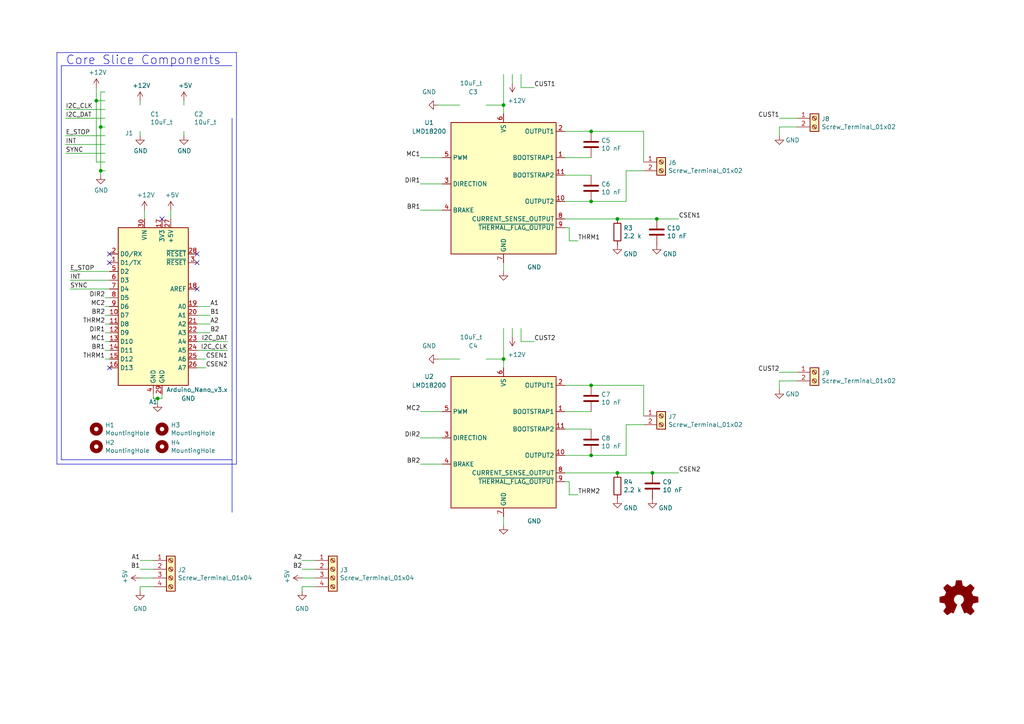
<source format=kicad_sch>
(kicad_sch (version 20231120) (generator "eeschema") (generator_version "8.0")
  (paper "A4")
  (lib_symbols
    (symbol "BREAD_Slice-rescue:+12V-power" (power) (pin_names (offset 0))
      (property "Value" "power_+12V" (at 0 3.556 0))
      (symbol "+12V-power_0_1"
        (polyline (pts (xy -0.762 1.27) (xy 0 2.54)))
        (polyline (pts (xy 0 0) (xy 0 2.54)))
        (polyline (pts (xy 0 2.54) (xy 0.762 1.27)))
      )
      (symbol "+12V-power_1_1"
        (pin power_in line (at 0 0 90) (length 0) hide (name "+12V") (number "1"))
      )
    )
    (symbol "BREAD_Slice-rescue:+5V-power" (power) (pin_names (offset 0))
      (property "Value" "power_+5V" (at 0 3.556 0))
      (symbol "+5V-power_0_1"
        (polyline (pts (xy -0.762 1.27) (xy 0 2.54)))
        (polyline (pts (xy 0 0) (xy 0 2.54)))
        (polyline (pts (xy 0 2.54) (xy 0.762 1.27)))
      )
      (symbol "+5V-power_1_1"
        (pin power_in line (at 0 0 90) (length 0) hide (name "+5V") (number "1"))
      )
    )
    (symbol "BREAD_Slice-rescue:GND-power" (power) (pin_names (offset 0))
      (property "Value" "power_GND" (at 0 -3.81 0))
      (symbol "GND-power_0_1"
        (polyline (pts (xy 0 0) (xy 0 -1.27) (xy 1.27 -1.27) (xy 0 -2.54) (xy -1.27 -1.27) (xy 0 -1.27)))
      )
      (symbol "GND-power_1_1"
        (pin power_in line (at 0 0 270) (length 0) hide (name "GND") (number "1"))
      )
    )
    (symbol "Connector:Screw_Terminal_01x02" (pin_names (offset 1.016) hide)
      (property "Reference" "J" (at 0 2.54 0))
      (property "Value" "Screw_Terminal_01x02" (at 0 -5.08 0))
      (symbol "Screw_Terminal_01x02_1_1"
        (rectangle (start -1.27 1.27) (end 1.27 -3.81) (stroke (width 0.254)) (fill (type background)))
        (circle (center 0 -2.54) (radius 0.635) (stroke (width 0.1524)))
        (polyline (pts (xy -0.5334 -2.2098) (xy 0.3302 -3.048)) (stroke (width 0.1524)))
        (polyline (pts (xy -0.5334 0.3302) (xy 0.3302 -0.508)) (stroke (width 0.1524)))
        (polyline (pts (xy -0.3556 -2.032) (xy 0.508 -2.8702)) (stroke (width 0.1524)))
        (polyline (pts (xy -0.3556 0.508) (xy 0.508 -0.3302)) (stroke (width 0.1524)))
        (circle (center 0 0) (radius 0.635) (stroke (width 0.1524)))
        (pin passive line (at -5.08 0 0) (length 3.81) (name "Pin_1") (number "1"))
        (pin passive line (at -5.08 -2.54 0) (length 3.81) (name "Pin_2") (number "2"))
      )
    )
    (symbol "Connector:Screw_Terminal_01x04" (pin_names (offset 1.016) hide)
      (property "Reference" "J" (at 0 5.08 0))
      (property "Value" "Screw_Terminal_01x04" (at 0 -7.62 0))
      (symbol "Screw_Terminal_01x04_1_1"
        (rectangle (start -1.27 3.81) (end 1.27 -6.35) (stroke (width 0.254)) (fill (type background)))
        (circle (center 0 -5.08) (radius 0.635) (stroke (width 0.1524)))
        (circle (center 0 -2.54) (radius 0.635) (stroke (width 0.1524)))
        (polyline (pts (xy -0.5334 -4.7498) (xy 0.3302 -5.588)) (stroke (width 0.1524)))
        (polyline (pts (xy -0.5334 -2.2098) (xy 0.3302 -3.048)) (stroke (width 0.1524)))
        (polyline (pts (xy -0.5334 0.3302) (xy 0.3302 -0.508)) (stroke (width 0.1524)))
        (polyline (pts (xy -0.5334 2.8702) (xy 0.3302 2.032)) (stroke (width 0.1524)))
        (polyline (pts (xy -0.3556 -4.572) (xy 0.508 -5.4102)) (stroke (width 0.1524)))
        (polyline (pts (xy -0.3556 -2.032) (xy 0.508 -2.8702)) (stroke (width 0.1524)))
        (polyline (pts (xy -0.3556 0.508) (xy 0.508 -0.3302)) (stroke (width 0.1524)))
        (polyline (pts (xy -0.3556 3.048) (xy 0.508 2.2098)) (stroke (width 0.1524)))
        (circle (center 0 0) (radius 0.635) (stroke (width 0.1524)))
        (circle (center 0 2.54) (radius 0.635) (stroke (width 0.1524)))
        (pin passive line (at -5.08 2.54 0) (length 3.81) (name "Pin_1") (number "1"))
        (pin passive line (at -5.08 0 0) (length 3.81) (name "Pin_2") (number "2"))
        (pin passive line (at -5.08 -2.54 0) (length 3.81) (name "Pin_3") (number "3"))
        (pin passive line (at -5.08 -5.08 0) (length 3.81) (name "Pin_4") (number "4"))
      )
    )
    (symbol "Device:C" (pin_numbers hide) (pin_names (offset 0.254))
      (property "Reference" "C" (at 0.635 2.54 0))
      (property "Value" "C" (at 0.635 -2.54 0))
      (symbol "C_0_1"
        (polyline (pts (xy -2.032 -0.762) (xy 2.032 -0.762)) (stroke (width 0.508)))
        (polyline (pts (xy -2.032 0.762) (xy 2.032 0.762)) (stroke (width 0.508)))
      )
      (symbol "C_1_1"
        (pin passive line (at 0 3.81 270) (length 2.794) (name "~") (number "1"))
        (pin passive line (at 0 -3.81 90) (length 2.794) (name "~") (number "2"))
      )
    )
    (symbol "Device:R" (pin_numbers hide) (pin_names (offset 0))
      (property "Reference" "R" (at 2.032 0 90))
      (property "Value" "R" (at 0 0 90))
      (symbol "R_0_1"
        (rectangle (start -1.016 -2.54) (end 1.016 2.54) (stroke (width 0.254)))
      )
      (symbol "R_1_1"
        (pin passive line (at 0 3.81 270) (length 1.27) (name "~") (number "1"))
        (pin passive line (at 0 -3.81 90) (length 1.27) (name "~") (number "2"))
      )
    )
    (symbol "Driver_Motor:LMD18200"
      (property "Reference" "U" (at -12.7 19.05 0))
      (property "Value" "LMD18200" (at 15.24 19.05 0))
      (symbol "LMD18200_0_1"
        (rectangle (start -15.24 -20.32) (end 15.24 17.78) (stroke (width 0.254)) (fill (type background)))
      )
      (symbol "LMD18200_1_1"
        (pin passive line (at 17.78 7.62 180) (length 2.54) (name "BOOTSTRAP1") (number "1"))
        (pin output line (at 17.78 -5.08 180) (length 2.54) (name "OUTPUT2") (number "10"))
        (pin passive line (at 17.78 2.54 180) (length 2.54) (name "BOOTSTRAP2") (number "11"))
        (pin output line (at 17.78 15.24 180) (length 2.54) (name "OUTPUT1") (number "2"))
        (pin input line (at -17.78 0 0) (length 2.54) (name "DIRECTION") (number "3"))
        (pin input line (at -17.78 -7.62 0) (length 2.54) (name "BRAKE") (number "4"))
        (pin input line (at -17.78 7.62 0) (length 2.54) (name "PWM") (number "5"))
        (pin power_in line (at 0 20.32 270) (length 2.54) (name "VS") (number "6"))
        (pin power_in line (at 0 -22.86 90) (length 2.54) (name "GND") (number "7"))
        (pin output line (at 17.78 -10.16 180) (length 2.54) (name "CURRENT_SENSE_OUTPUT") (number "8"))
        (pin open_collector line (at 17.78 -12.7 180) (length 2.54) (name "~{THERMAL_FLAG_OUTPUT}") (number "9"))
      )
    )
    (symbol "Graphic:Logo_Open_Hardware_Small" (in_bom no) (on_board no)
      (symbol "Logo_Open_Hardware_Small_0_1"
        (polyline (pts (xy 3.3528 -4.3434) (xy 3.302 -4.318) (xy 3.175 -4.2418) (xy 2.9972 -4.1148) (xy 2.7686 -3.9624) (xy 2.54 -3.81) (xy 2.3622 -3.7084) (xy 2.2352 -3.6068) (xy 2.1844 -3.5814) (xy 2.159 -3.6068) (xy 2.0574 -3.6576) (xy 1.905 -3.7338) (xy 1.8034 -3.7846) (xy 1.6764 -3.8354) (xy 1.6002 -3.8354) (xy 1.6002 -3.8354) (xy 1.5494 -3.7338) (xy 1.4732 -3.5306) (xy 1.3462 -3.302) (xy 1.2446 -3.0226) (xy 1.1176 -2.7178) (xy 0.9652 -2.413) (xy 0.8636 -2.1082) (xy 0.7366 -1.8288) (xy 0.6604 -1.6256) (xy 0.6096 -1.4732) (xy 0.5842 -1.397) (xy 0.5842 -1.397) (xy 0.6604 -1.3208) (xy 0.7874 -1.2446) (xy 1.0414 -1.016) (xy 1.2954 -0.6858) (xy 1.4478 -0.3302) (xy 1.524 0.0762) (xy 1.4732 0.4572) (xy 1.3208 0.8128) (xy 1.0668 1.143) (xy 0.762 1.3716) (xy 0.4064 1.524) (xy 0 1.5748) (xy -0.381 1.5494) (xy -0.7366 1.397) (xy -1.0668 1.143) (xy -1.2192 0.9906) (xy -1.397 0.6604) (xy -1.524 0.3048) (xy -1.524 0.2286) (xy -1.4986 -0.1778) (xy -1.397 -0.5334) (xy -1.1938 -0.8636) (xy -0.9144 -1.143) (xy -0.8636 -1.1684) (xy -0.7366 -1.27) (xy -0.635 -1.3462) (xy -0.5842 -1.397) (xy -1.0668 -2.5908) (xy -1.143 -2.794) (xy -1.2954 -3.1242) (xy -1.397 -3.4036) (xy -1.4986 -3.6322) (xy -1.5748 -3.7846) (xy -1.6002 -3.8354) (xy -1.6002 -3.8354) (xy -1.651 -3.8354) (xy -1.7272 -3.81) (xy -1.905 -3.7338) (xy -2.0066 -3.683) (xy -2.1336 -3.6068) (xy -2.2098 -3.5814) (xy -2.2606 -3.6068) (xy -2.3622 -3.683) (xy -2.54 -3.81) (xy -2.7686 -3.9624) (xy -2.9718 -4.0894) (xy -3.1496 -4.2164) (xy -3.302 -4.318) (xy -3.3528 -4.3434) (xy -3.3782 -4.3434) (xy -3.429 -4.318) (xy -3.5306 -4.2164) (xy -3.7084 -4.064) (xy -3.937 -3.8354) (xy -3.9624 -3.81) (xy -4.1656 -3.6068) (xy -4.318 -3.4544) (xy -4.4196 -3.3274) (xy -4.445 -3.2766) (xy -4.445 -3.2766) (xy -4.4196 -3.2258) (xy -4.318 -3.0734) (xy -4.2164 -2.8956) (xy -4.064 -2.667) (xy -3.6576 -2.0828) (xy -3.8862 -1.5494) (xy -3.937 -1.3716) (xy -4.0386 -1.1684) (xy -4.0894 -1.0414) (xy -4.1148 -0.9652) (xy -4.191 -0.9398) (xy -4.318 -0.9144) (xy -4.5466 -0.8636) (xy -4.8006 -0.8128) (xy -5.0546 -0.7874) (xy -5.2578 -0.7366) (xy -5.4356 -0.7112) (xy -5.5118 -0.6858) (xy -5.5118 -0.6858) (xy -5.5372 -0.635) (xy -5.5372 -0.5588) (xy -5.5372 -0.4318) (xy -5.5626 -0.2286) (xy -5.5626 0.0762) (xy -5.5626 0.127) (xy -5.5372 0.4064) (xy -5.5372 0.635) (xy -5.5372 0.762) (xy -5.5372 0.8382) (xy -5.5372 0.8382) (xy -5.461 0.8382) (xy -5.3086 0.889) (xy -5.08 0.9144) (xy -4.826 0.9652) (xy -4.8006 0.9906) (xy -4.5466 1.0414) (xy -4.318 1.0668) (xy -4.1656 1.1176) (xy -4.0894 1.143) (xy -4.0894 1.143) (xy -4.0386 1.2446) (xy -3.9624 1.4224) (xy -3.8608 1.6256) (xy -3.7846 1.8288) (xy -3.7084 2.0066) (xy -3.6576 2.159) (xy -3.6322 2.2098) (xy -3.6322 2.2098) (xy -3.683 2.286) (xy -3.7592 2.413) (xy -3.8862 2.5908) (xy -4.064 2.8194) (xy -4.064 2.8448) (xy -4.2164 3.0734) (xy -4.3434 3.2512) (xy -4.4196 3.3782) (xy -4.445 3.4544) (xy -4.445 3.4544) (xy -4.3942 3.5052) (xy -4.2926 3.6322) (xy -4.1148 3.81) (xy -3.937 4.0132) (xy -3.8608 4.064) (xy -3.6576 4.2926) (xy -3.5052 4.4196) (xy -3.4036 4.4958) (xy -3.3528 4.5212) (xy -3.3528 4.5212) (xy -3.302 4.4704) (xy -3.1496 4.3688) (xy -2.9718 4.2418) (xy -2.7432 4.0894) (xy -2.7178 4.0894) (xy -2.4892 3.937) (xy -2.3114 3.81) (xy -2.1844 3.7084) (xy -2.1336 3.683) (xy -2.1082 3.683) (xy -2.032 3.7084) (xy -1.8542 3.7592) (xy -1.6764 3.8354) (xy -1.4732 3.937) (xy -1.27 4.0132) (xy -1.143 4.064) (xy -1.0668 4.1148) (xy -1.0668 4.1148) (xy -1.0414 4.191) (xy -1.016 4.3434) (xy -0.9652 4.572) (xy -0.9144 4.8514) (xy -0.889 4.9022) (xy -0.8382 5.1562) (xy -0.8128 5.3848) (xy -0.7874 5.5372) (xy -0.762 5.588) (xy -0.7112 5.6134) (xy -0.5842 5.6134) (xy -0.4064 5.6134) (xy -0.1524 5.6134) (xy 0.0762 5.6134) (xy 0.3302 5.6134) (xy 0.5334 5.6134) (xy 0.6858 5.588) (xy 0.7366 5.588) (xy 0.7366 5.588) (xy 0.762 5.5118) (xy 0.8128 5.334) (xy 0.8382 5.1054) (xy 0.9144 4.826) (xy 0.9144 4.7752) (xy 0.9652 4.5212) (xy 1.016 4.2926) (xy 1.0414 4.1402) (xy 1.0668 4.0894) (xy 1.0668 4.0894) (xy 1.1938 4.0386) (xy 1.3716 3.9624) (xy 1.5748 3.8608) (xy 2.0828 3.6576) (xy 2.7178 4.0894) (xy 2.7686 4.1402) (xy 2.9972 4.2926) (xy 3.175 4.4196) (xy 3.302 4.4958) (xy 3.3782 4.5212) (xy 3.3782 4.5212) (xy 3.429 4.4704) (xy 3.556 4.3434) (xy 3.7338 4.191) (xy 3.9116 3.9878) (xy 4.064 3.8354) (xy 4.2418 3.6576) (xy 4.3434 3.556) (xy 4.4196 3.4798) (xy 4.4196 3.429) (xy 4.4196 3.4036) (xy 4.3942 3.3274) (xy 4.2926 3.2004) (xy 4.1656 2.9972) (xy 4.0132 2.794) (xy 3.8862 2.5908) (xy 3.7592 2.3876) (xy 3.6576 2.2352) (xy 3.6322 2.159) (xy 3.6322 2.1336) (xy 3.683 2.0066) (xy 3.7592 1.8288) (xy 3.8608 1.6002) (xy 4.064 1.1176) (xy 4.3942 1.0414) (xy 4.5974 1.016) (xy 4.8768 0.9652) (xy 5.1308 0.9144) (xy 5.5372 0.8382) (xy 5.5626 -0.6604) (xy 5.4864 -0.6858) (xy 5.4356 -0.6858) (xy 5.2832 -0.7366) (xy 5.0546 -0.762) (xy 4.8006 -0.8128) (xy 4.5974 -0.8636) (xy 4.3688 -0.9144) (xy 4.2164 -0.9398) (xy 4.1402 -0.9398) (xy 4.1148 -0.9652) (xy 4.064 -1.0668) (xy 3.9878 -1.2446) (xy 3.9116 -1.4478) (xy 3.81 -1.651) (xy 3.7338 -1.8542) (xy 3.683 -2.0066) (xy 3.6576 -2.0828) (xy 3.683 -2.1336) (xy 3.7846 -2.2606) (xy 3.8862 -2.4638) (xy 4.0386 -2.667) (xy 4.191 -2.8956) (xy 4.318 -3.0734) (xy 4.3942 -3.2004) (xy 4.445 -3.2766) (xy 4.4196 -3.3274) (xy 4.3434 -3.429) (xy 4.1656 -3.5814) (xy 3.937 -3.8354) (xy 3.8862 -3.8608) (xy 3.683 -4.064) (xy 3.5306 -4.2164) (xy 3.4036 -4.318) (xy 3.3528 -4.3434)) (fill (type outline)))
      )
    )
    (symbol "MCU_Module:Arduino_Nano_v3.x"
      (property "Reference" "A" (at -10.16 23.495 0))
      (property "Value" "Arduino_Nano_v3.x" (at 5.08 -24.13 0))
      (symbol "Arduino_Nano_v3.x_0_1"
        (rectangle (start -10.16 22.86) (end 10.16 -22.86) (stroke (width 0.254)) (fill (type background)))
      )
      (symbol "Arduino_Nano_v3.x_1_1"
        (pin bidirectional line (at -12.7 12.7 0) (length 2.54) (name "D1/TX") (number "1"))
        (pin bidirectional line (at -12.7 -2.54 0) (length 2.54) (name "D7") (number "10"))
        (pin bidirectional line (at -12.7 -5.08 0) (length 2.54) (name "D8") (number "11"))
        (pin bidirectional line (at -12.7 -7.62 0) (length 2.54) (name "D9") (number "12"))
        (pin bidirectional line (at -12.7 -10.16 0) (length 2.54) (name "D10") (number "13"))
        (pin bidirectional line (at -12.7 -12.7 0) (length 2.54) (name "D11") (number "14"))
        (pin bidirectional line (at -12.7 -15.24 0) (length 2.54) (name "D12") (number "15"))
        (pin bidirectional line (at -12.7 -17.78 0) (length 2.54) (name "D13") (number "16"))
        (pin power_out line (at 2.54 25.4 270) (length 2.54) (name "3V3") (number "17"))
        (pin input line (at 12.7 5.08 180) (length 2.54) (name "AREF") (number "18"))
        (pin bidirectional line (at 12.7 0 180) (length 2.54) (name "A0") (number "19"))
        (pin bidirectional line (at -12.7 15.24 0) (length 2.54) (name "D0/RX") (number "2"))
        (pin bidirectional line (at 12.7 -2.54 180) (length 2.54) (name "A1") (number "20"))
        (pin bidirectional line (at 12.7 -5.08 180) (length 2.54) (name "A2") (number "21"))
        (pin bidirectional line (at 12.7 -7.62 180) (length 2.54) (name "A3") (number "22"))
        (pin bidirectional line (at 12.7 -10.16 180) (length 2.54) (name "A4") (number "23"))
        (pin bidirectional line (at 12.7 -12.7 180) (length 2.54) (name "A5") (number "24"))
        (pin bidirectional line (at 12.7 -15.24 180) (length 2.54) (name "A6") (number "25"))
        (pin bidirectional line (at 12.7 -17.78 180) (length 2.54) (name "A7") (number "26"))
        (pin power_out line (at 5.08 25.4 270) (length 2.54) (name "+5V") (number "27"))
        (pin input line (at 12.7 15.24 180) (length 2.54) (name "~{RESET}") (number "28"))
        (pin power_in line (at 2.54 -25.4 90) (length 2.54) (name "GND") (number "29"))
        (pin input line (at 12.7 12.7 180) (length 2.54) (name "~{RESET}") (number "3"))
        (pin power_in line (at -2.54 25.4 270) (length 2.54) (name "VIN") (number "30"))
        (pin power_in line (at 0 -25.4 90) (length 2.54) (name "GND") (number "4"))
        (pin bidirectional line (at -12.7 10.16 0) (length 2.54) (name "D2") (number "5"))
        (pin bidirectional line (at -12.7 7.62 0) (length 2.54) (name "D3") (number "6"))
        (pin bidirectional line (at -12.7 5.08 0) (length 2.54) (name "D4") (number "7"))
        (pin bidirectional line (at -12.7 2.54 0) (length 2.54) (name "D5") (number "8"))
        (pin bidirectional line (at -12.7 0 0) (length 2.54) (name "D6") (number "9"))
      )
    )
    (symbol "Mechanical:MountingHole" (pin_names (offset 1.016)) (exclude_from_sim yes) (in_bom no)
      (property "Reference" "H" (at 0 5.08 0))
      (property "Value" "MountingHole" (at 0 3.175 0))
      (symbol "MountingHole_0_1"
        (circle (center 0 0) (radius 1.27) (stroke (width 1.27)))
      )
    )
  )
  (junction (at 171.45 58.42))
  (junction (at 171.45 111.76))
  (junction (at 45.72 115.57))
  (junction (at 190.5 63.5))
  (junction (at 27.94 29.21))
  (junction (at 179.07 137.16))
  (junction (at 189.23 137.16))
  (junction (at 146.05 30.48))
  (junction (at 29.21 49.53))
  (junction (at 146.05 104.14))
  (junction (at 171.45 38.1))
  (junction (at 179.07 63.5))
  (junction (at 171.45 132.08))
  (junction (at 29.21 36.83))
  (no_connect (at 57.15 76.2))
  (no_connect (at 46.99 63.5))
  (no_connect (at 31.75 76.2))
  (no_connect (at 31.75 106.68))
  (no_connect (at 57.15 73.66))
  (no_connect (at 31.75 73.66))
  (no_connect (at 57.15 83.82))
  (wire (pts (xy 163.83 137.16) (xy 179.07 137.16)))
  (wire (pts (xy 146.05 95.25) (xy 146.05 104.14)))
  (wire (pts (xy 151.13 25.4) (xy 154.94 25.4)))
  (wire (pts (xy 40.64 170.18) (xy 44.45 170.18)))
  (wire (pts (xy 60.96 96.52) (xy 57.15 96.52)))
  (wire (pts (xy 146.05 21.59) (xy 146.05 30.48)))
  (wire (pts (xy 40.64 162.56) (xy 44.45 162.56)))
  (wire (pts (xy 45.72 115.57) (xy 46.99 115.57)))
  (wire (pts (xy 29.21 26.67) (xy 30.48 26.67)))
  (wire (pts (xy 29.21 49.53) (xy 29.21 36.83)))
  (wire (pts (xy 146.05 149.86) (xy 146.05 152.4)))
  (wire (pts (xy 163.83 124.46) (xy 171.45 124.46)))
  (wire (pts (xy 46.99 115.57) (xy 46.99 114.3)))
  (wire (pts (xy 57.15 101.6) (xy 66.04 101.6)))
  (wire (pts (xy 30.48 101.6) (xy 31.75 101.6)))
  (wire (pts (xy 231.14 36.83) (xy 226.06 36.83)))
  (polyline (pts (xy 67.31 148.59) (xy 67.31 34.29)) (stroke (width 0) (type solid)))
  (wire (pts (xy 163.83 63.5) (xy 179.07 63.5)))
  (wire (pts (xy 31.75 78.74) (xy 20.32 78.74)))
  (wire (pts (xy 231.14 107.95) (xy 226.06 107.95)))
  (wire (pts (xy 45.72 115.57) (xy 45.72 116.84)))
  (wire (pts (xy 140.97 30.48) (xy 146.05 30.48)))
  (wire (pts (xy 30.48 46.99) (xy 27.94 46.99)))
  (wire (pts (xy 121.92 127) (xy 128.27 127)))
  (wire (pts (xy 165.1 143.51) (xy 167.64 143.51)))
  (wire (pts (xy 186.69 111.76) (xy 186.69 120.65)))
  (wire (pts (xy 171.45 132.08) (xy 181.61 132.08)))
  (wire (pts (xy 121.92 134.62) (xy 128.27 134.62)))
  (wire (pts (xy 27.94 29.21) (xy 30.48 29.21)))
  (wire (pts (xy 231.14 34.29) (xy 226.06 34.29)))
  (wire (pts (xy 27.94 25.4) (xy 27.94 29.21)))
  (wire (pts (xy 87.63 162.56) (xy 91.44 162.56)))
  (wire (pts (xy 44.45 114.3) (xy 44.45 115.57)))
  (wire (pts (xy 60.96 91.44) (xy 57.15 91.44)))
  (wire (pts (xy 163.83 38.1) (xy 171.45 38.1)))
  (wire (pts (xy 19.05 44.45) (xy 30.48 44.45)))
  (wire (pts (xy 41.91 60.96) (xy 41.91 63.5)))
  (wire (pts (xy 60.96 88.9) (xy 57.15 88.9)))
  (wire (pts (xy 30.48 88.9) (xy 31.75 88.9)))
  (wire (pts (xy 171.45 38.1) (xy 186.69 38.1)))
  (polyline (pts (xy 17.78 133.35) (xy 67.31 133.35)) (stroke (width 0) (type solid)))
  (wire (pts (xy 186.69 49.53) (xy 181.61 49.53)))
  (polyline (pts (xy 16.51 15.24) (xy 16.51 134.62)) (stroke (width 0) (type solid)))
  (wire (pts (xy 146.05 104.14) (xy 146.05 106.68)))
  (wire (pts (xy 190.5 63.5) (xy 196.85 63.5)))
  (wire (pts (xy 121.92 53.34) (xy 128.27 53.34)))
  (wire (pts (xy 163.83 58.42) (xy 171.45 58.42)))
  (wire (pts (xy 30.48 104.14) (xy 31.75 104.14)))
  (wire (pts (xy 163.83 119.38) (xy 171.45 119.38)))
  (wire (pts (xy 53.34 30.48) (xy 53.34 29.21)))
  (wire (pts (xy 30.48 96.52) (xy 31.75 96.52)))
  (wire (pts (xy 163.83 66.04) (xy 165.1 66.04)))
  (wire (pts (xy 40.64 167.64) (xy 44.45 167.64)))
  (wire (pts (xy 29.21 36.83) (xy 29.21 26.67)))
  (wire (pts (xy 226.06 110.49) (xy 226.06 113.03)))
  (wire (pts (xy 121.92 45.72) (xy 128.27 45.72)))
  (wire (pts (xy 30.48 39.37) (xy 19.05 39.37)))
  (polyline (pts (xy 68.58 15.24) (xy 16.51 15.24)) (stroke (width 0) (type solid)))
  (polyline (pts (xy 16.51 134.62) (xy 68.58 134.62)) (stroke (width 0) (type solid)))
  (wire (pts (xy 146.05 76.2) (xy 146.05 78.74)))
  (wire (pts (xy 140.97 104.14) (xy 146.05 104.14)))
  (wire (pts (xy 20.32 83.82) (xy 31.75 83.82)))
  (wire (pts (xy 19.05 41.91) (xy 30.48 41.91)))
  (wire (pts (xy 40.64 39.37) (xy 40.64 38.1)))
  (wire (pts (xy 148.59 97.79) (xy 148.59 95.25)))
  (wire (pts (xy 181.61 49.53) (xy 181.61 58.42)))
  (wire (pts (xy 87.63 171.45) (xy 87.63 170.18)))
  (wire (pts (xy 165.1 69.85) (xy 167.64 69.85)))
  (wire (pts (xy 27.94 46.99) (xy 27.94 29.21)))
  (wire (pts (xy 179.07 137.16) (xy 189.23 137.16)))
  (wire (pts (xy 163.83 111.76) (xy 171.45 111.76)))
  (wire (pts (xy 231.14 110.49) (xy 226.06 110.49)))
  (wire (pts (xy 163.83 132.08) (xy 171.45 132.08)))
  (wire (pts (xy 60.96 93.98) (xy 57.15 93.98)))
  (wire (pts (xy 30.48 99.06) (xy 31.75 99.06)))
  (wire (pts (xy 44.45 115.57) (xy 45.72 115.57)))
  (wire (pts (xy 165.1 66.04) (xy 165.1 69.85)))
  (wire (pts (xy 163.83 139.7) (xy 165.1 139.7)))
  (wire (pts (xy 57.15 104.14) (xy 59.69 104.14)))
  (wire (pts (xy 165.1 139.7) (xy 165.1 143.51)))
  (wire (pts (xy 30.48 91.44) (xy 31.75 91.44)))
  (wire (pts (xy 30.48 49.53) (xy 29.21 49.53)))
  (wire (pts (xy 40.64 30.48) (xy 40.64 29.21)))
  (polyline (pts (xy 67.31 19.05) (xy 17.78 19.05)) (stroke (width 0) (type solid)))
  (wire (pts (xy 163.83 45.72) (xy 171.45 45.72)))
  (wire (pts (xy 57.15 106.68) (xy 59.69 106.68)))
  (polyline (pts (xy 68.58 134.62) (xy 68.58 15.24)) (stroke (width 0) (type solid)))
  (wire (pts (xy 20.32 81.28) (xy 31.75 81.28)))
  (wire (pts (xy 19.05 34.29) (xy 30.48 34.29)))
  (wire (pts (xy 40.64 165.1) (xy 44.45 165.1)))
  (wire (pts (xy 30.48 31.75) (xy 19.05 31.75)))
  (wire (pts (xy 121.92 119.38) (xy 128.27 119.38)))
  (wire (pts (xy 151.13 95.25) (xy 151.13 99.06)))
  (wire (pts (xy 49.53 60.96) (xy 49.53 63.5)))
  (wire (pts (xy 146.05 30.48) (xy 146.05 33.02)))
  (wire (pts (xy 127 30.48) (xy 133.35 30.48)))
  (wire (pts (xy 30.48 86.36) (xy 31.75 86.36)))
  (wire (pts (xy 171.45 111.76) (xy 186.69 111.76)))
  (wire (pts (xy 189.23 137.16) (xy 196.85 137.16)))
  (wire (pts (xy 186.69 123.19) (xy 181.61 123.19)))
  (wire (pts (xy 163.83 50.8) (xy 171.45 50.8)))
  (wire (pts (xy 151.13 21.59) (xy 151.13 25.4)))
  (wire (pts (xy 29.21 50.8) (xy 29.21 49.53)))
  (wire (pts (xy 151.13 99.06) (xy 154.94 99.06)))
  (wire (pts (xy 30.48 36.83) (xy 29.21 36.83)))
  (wire (pts (xy 181.61 123.19) (xy 181.61 132.08)))
  (wire (pts (xy 87.63 165.1) (xy 91.44 165.1)))
  (polyline (pts (xy 17.78 19.05) (xy 17.78 133.35)) (stroke (width 0) (type solid)))
  (wire (pts (xy 40.64 171.45) (xy 40.64 170.18)))
  (wire (pts (xy 30.48 93.98) (xy 31.75 93.98)))
  (wire (pts (xy 179.07 63.5) (xy 190.5 63.5)))
  (wire (pts (xy 171.45 58.42) (xy 181.61 58.42)))
  (wire (pts (xy 87.63 167.64) (xy 91.44 167.64)))
  (wire (pts (xy 127 104.14) (xy 133.35 104.14)))
  (wire (pts (xy 148.59 24.13) (xy 148.59 21.59)))
  (wire (pts (xy 66.04 99.06) (xy 57.15 99.06)))
  (wire (pts (xy 121.92 60.96) (xy 128.27 60.96)))
  (wire (pts (xy 87.63 170.18) (xy 91.44 170.18)))
  (wire (pts (xy 226.06 36.83) (xy 226.06 39.37)))
  (wire (pts (xy 53.34 39.37) (xy 53.34 38.1)))
  (wire (pts (xy 186.69 38.1) (xy 186.69 46.99)))
  (text "Core Slice Components" (at 19.05 19.05 0) (effects (font (size 2.54 2.54)) (justify left bottom)))
  (label "MC1" (at 30.48 99.06 180))
  (label "SYNC" (at 19.05 44.45 0))
  (label "CSEN2" (at 196.85 137.16 0))
  (label "I2C_DAT" (at 66.04 99.06 180))
  (label "THRM2" (at 167.64 143.51 0))
  (label "B2" (at 87.63 165.1 180))
  (label "MC1" (at 121.92 45.72 180))
  (label "CSEN1" (at 59.69 104.14 0))
  (label "CUST1" (at 226.06 34.29 180))
  (label "CUST1" (at 154.94 25.4 0))
  (label "E_STOP" (at 19.05 39.37 0))
  (label "DIR1" (at 30.48 96.52 180))
  (label "BR2" (at 30.48 91.44 180))
  (label "THRM1" (at 30.48 104.14 180))
  (label "BR2" (at 121.92 134.62 180))
  (label "I2C_CLK" (at 19.05 31.75 0))
  (label "B2" (at 60.96 96.52 0))
  (label "DIR2" (at 30.48 86.36 180))
  (label "BR1" (at 121.92 60.96 180))
  (label "SYNC" (at 20.32 83.82 0))
  (label "CUST2" (at 154.94 99.06 0))
  (label "A2" (at 60.96 93.98 0))
  (label "CSEN2" (at 59.69 106.68 0))
  (label "INT" (at 20.32 81.28 0))
  (label "BR1" (at 30.48 101.6 180))
  (label "A1" (at 40.64 162.56 180))
  (label "A2" (at 87.63 162.56 180))
  (label "CUST2" (at 226.06 107.95 180))
  (label "A1" (at 60.96 88.9 0))
  (label "MC2" (at 30.48 88.9 180))
  (label "MC2" (at 121.92 119.38 180))
  (label "THRM2" (at 30.48 93.98 180))
  (label "E_STOP" (at 20.32 78.74 0))
  (label "B1" (at 40.64 165.1 180))
  (label "I2C_DAT" (at 19.05 34.29 0))
  (label "THRM1" (at 167.64 69.85 0))
  (label "DIR1" (at 121.92 53.34 180))
  (label "I2C_CLK" (at 66.04 101.6 180))
  (label "DIR2" (at 121.92 127 180))
  (label "CSEN1" (at 196.85 63.5 0))
  (label "INT" (at 19.05 41.91 0))
  (label "B1" (at 60.96 91.44 0))
  (symbol (lib_id "BREAD_Slice-rescue:GND-power") (at 45.72 116.84 0) (unit 1)
    (property "Reference" "#PWR06" (effects (hide yes)))
    (property "Value" "GND" (at 54.61 115.57 0))
  )
  (symbol (lib_id "BREAD_Slice-rescue:+5V-power") (at 49.53 60.96 0) (unit 1)
    (property "Reference" "#PWR07" (effects (hide yes)))
    (property "Value" "+5V" (at 49.911 56.5658 0))
  )
  (symbol (lib_id "BREAD_Slice-rescue:+12V-power") (at 41.91 60.96 0) (unit 1)
    (property "Reference" "#PWR05" (effects (hide yes)))
    (property "Value" "+12V" (at 42.291 56.5658 0))
  )
  (symbol (lib_id "BREAD_Slice-rescue:10uF_t-OCI_UPL_2_Capacitors") (at 40.64 34.29 0) (unit 1)
    (property "Reference" "C1" (at 43.561 33.1216 0) (effects (justify left)))
    (property "Value" "10uF_t" (at 43.561 35.433 0) (effects (justify left)))
    (property "Footprint" "OCI_UPL_FOOTPRINTS:C_2312" (effects (hide yes)))
    (property "Datasheet" "https://www.digikey.com/short/qcd8n7" (effects (hide yes)))
    (property "Part #" "T491C106K025AT" (effects (hide yes)))
    (property "UPL #" "2.021" (effects (hide yes)))
  )
  (symbol (lib_id "BREAD_Slice-rescue:GND-power") (at 40.64 39.37 0) (unit 1)
    (property "Reference" "#PWR04" (effects (hide yes)))
    (property "Value" "GND" (at 40.767 43.7642 0))
  )
  (symbol (lib_id "Mechanical:MountingHole") (at 27.94 124.46 0) (unit 1)
    (property "Reference" "H1" (at 30.48 123.2916 0) (effects (justify left)))
    (property "Value" "MountingHole" (at 30.48 125.603 0) (effects (justify left)))
    (property "Footprint" "MountingHole:MountingHole_3.2mm_M3_DIN965_Pad" (effects (hide yes)))
  )
  (symbol (lib_id "Mechanical:MountingHole") (at 46.99 124.46 0) (unit 1)
    (property "Reference" "H3" (at 49.53 123.2916 0) (effects (justify left)))
    (property "Value" "MountingHole" (at 49.53 125.603 0) (effects (justify left)))
    (property "Footprint" "MountingHole:MountingHole_3.2mm_M3_DIN965_Pad" (effects (hide yes)))
  )
  (symbol (lib_id "Mechanical:MountingHole") (at 27.94 129.54 0) (unit 1)
    (property "Reference" "H2" (at 30.48 128.3716 0) (effects (justify left)))
    (property "Value" "MountingHole" (at 30.48 130.683 0) (effects (justify left)))
    (property "Footprint" "MountingHole:MountingHole_3.2mm_M3_DIN965_Pad" (effects (hide yes)))
  )
  (symbol (lib_id "Mechanical:MountingHole") (at 46.99 129.54 0) (unit 1)
    (property "Reference" "H4" (at 49.53 128.3716 0) (effects (justify left)))
    (property "Value" "MountingHole" (at 49.53 130.683 0) (effects (justify left)))
    (property "Footprint" "MountingHole:MountingHole_3.2mm_M3_DIN965_Pad" (effects (hide yes)))
  )
  (symbol (lib_id "MCU_Module:Arduino_Nano_v3.x") (at 44.45 88.9 0) (unit 1)
    (property "Reference" "A1" (at 44.45 116.5606 0))
    (property "Value" "Arduino_Nano_v3.x" (at 57.15 113.03 0))
    (property "Footprint" "Module:Arduino_Nano" (effects (hide yes)))
    (property "Datasheet" "http://www.mouser.com/pdfdocs/Gravitech_Arduino_Nano3_0.pdf" (effects (hide yes)))
  )
  (symbol (lib_id "Graphic:Logo_Open_Hardware_Small") (at 278.13 173.99 0) (unit 1)
    (property "Reference" "Logo1" (effects (hide yes)))
    (property "Value" "Logo_Open_Hardware_Small" (effects (hide yes)))
    (property "Footprint" "Symbol:OSHW-Symbol_6.7x6mm_SilkScreen" (effects (hide yes)))
  )
  (symbol (lib_id "BREAD_Slice-rescue:Conn_01x10_Female-Connector") (at 35.56 36.83 0) (unit 1)
    (property "Reference" "J1" (at 36.2712 38.608 0) (effects (justify left)))
    (property "Value" "Conn_01x10_Female" (effects (hide yes)))
    (property "Footprint" "Connector_PinSocket_2.54mm:PinSocket_1x10_P2.54mm_Horizontal" (effects (hide yes)))
  )
  (symbol (lib_id "BREAD_Slice-rescue:+12V-power") (at 27.94 25.4 0) (unit 1)
    (property "Reference" "#PWR01" (effects (hide yes)))
    (property "Value" "+12V" (at 28.321 21.0058 0))
  )
  (symbol (lib_id "BREAD_Slice-rescue:GND-power") (at 29.21 50.8 0) (unit 1)
    (property "Reference" "#PWR02" (effects (hide yes)))
    (property "Value" "GND" (at 29.337 55.1942 0))
  )
  (symbol (lib_id "BREAD_Slice-rescue:+12V-power") (at 40.64 29.21 0) (unit 1)
    (property "Reference" "#PWR03" (effects (hide yes)))
    (property "Value" "+12V" (at 41.021 24.8158 0))
  )
  (symbol (lib_id "BREAD_Slice-rescue:10uF_t-OCI_UPL_2_Capacitors") (at 53.34 34.29 0) (unit 1)
    (property "Reference" "C2" (at 56.261 33.1216 0) (effects (justify left)))
    (property "Value" "10uF_t" (at 56.261 35.433 0) (effects (justify left)))
    (property "Footprint" "OCI_UPL_FOOTPRINTS:C_2312" (effects (hide yes)))
    (property "Datasheet" "https://www.digikey.com/short/qcd8n7" (effects (hide yes)))
    (property "Part #" "T491C106K025AT" (effects (hide yes)))
    (property "UPL #" "2.021" (effects (hide yes)))
  )
  (symbol (lib_id "BREAD_Slice-rescue:GND-power") (at 53.34 39.37 0) (unit 1)
    (property "Reference" "#PWR09" (effects (hide yes)))
    (property "Value" "GND" (at 53.467 43.7642 0))
  )
  (symbol (lib_id "BREAD_Slice-rescue:+5V-power") (at 53.34 29.21 0) (unit 1)
    (property "Reference" "#PWR08" (effects (hide yes)))
    (property "Value" "+5V" (at 53.721 24.8158 0))
  )
  (symbol (lib_id "Driver_Motor:LMD18200") (at 146.05 53.34 0) (unit 1)
    (property "Reference" "U1" (at 124.46 35.56 0))
    (property "Value" "LMD18200" (at 124.46 38.1 0))
    (property "Footprint" "Package_TO_SOT_THT:TO-220-11_P3.4x5.08mm_StaggerOdd_Lead4.85mm_Vertical" (effects (hide yes)))
    (property "Datasheet" "http://www.ti.com/lit/ds/symlink/lmd18200.pdf" (effects (hide yes)))
  )
  (symbol (lib_id "BREAD_Slice-rescue:GND-power") (at 146.05 78.74 0) (unit 1)
    (property "Reference" "#PWR016" (effects (hide yes)))
    (property "Value" "GND" (at 154.94 77.47 0))
  )
  (symbol (lib_id "Device:C") (at 171.45 41.91 0) (unit 1)
    (property "Reference" "C5" (at 174.371 40.7416 0) (effects (justify left)))
    (property "Value" "10 nF" (at 174.371 43.053 0) (effects (justify left)))
    (property "Footprint" "Capacitor_SMD:C_1206_3216Metric_Pad1.33x1.80mm_HandSolder" (effects (hide yes)))
  )
  (symbol (lib_id "Device:C") (at 171.45 54.61 0) (unit 1)
    (property "Reference" "C6" (at 174.371 53.4416 0) (effects (justify left)))
    (property "Value" "10 nF" (at 174.371 55.753 0) (effects (justify left)))
    (property "Footprint" "Capacitor_SMD:C_1206_3216Metric_Pad1.33x1.80mm_HandSolder" (effects (hide yes)))
  )
  (symbol (lib_id "Device:R") (at 179.07 67.31 0) (unit 1)
    (property "Reference" "R3" (at 180.848 66.1416 0) (effects (justify left)))
    (property "Value" "2.2 k" (at 180.848 68.453 0) (effects (justify left)))
    (property "Footprint" "Resistor_SMD:R_1206_3216Metric_Pad1.30x1.75mm_HandSolder" (effects (hide yes)))
  )
  (symbol (lib_id "Device:C") (at 190.5 67.31 0) (unit 1)
    (property "Reference" "C10" (at 193.421 66.1416 0) (effects (justify left)))
    (property "Value" "10 nF" (at 193.421 68.453 0) (effects (justify left)))
    (property "Footprint" "Capacitor_SMD:C_1206_3216Metric_Pad1.33x1.80mm_HandSolder" (effects (hide yes)))
  )
  (symbol (lib_id "BREAD_Slice-rescue:GND-power") (at 190.5 71.12 0) (unit 1)
    (property "Reference" "#PWR023" (effects (hide yes)))
    (property "Value" "GND" (at 194.31 73.66 0))
  )
  (symbol (lib_id "Device:C") (at 189.23 140.97 0) (unit 1)
    (property "Reference" "C9" (at 192.151 139.8016 0) (effects (justify left)))
    (property "Value" "10 nF" (at 192.151 142.113 0) (effects (justify left)))
    (property "Footprint" "Capacitor_SMD:C_1206_3216Metric_Pad1.33x1.80mm_HandSolder" (effects (hide yes)))
  )
  (symbol (lib_id "BREAD_Slice-rescue:GND-power") (at 189.23 144.78 0) (unit 1)
    (property "Reference" "#PWR022" (effects (hide yes)))
    (property "Value" "GND" (at 193.04 147.32 0))
  )
  (symbol (lib_id "BREAD_Slice-rescue:GND-power") (at 179.07 71.12 0) (unit 1)
    (property "Reference" "#PWR020" (effects (hide yes)))
    (property "Value" "GND" (at 182.88 73.66 0))
  )
  (symbol (lib_id "Connector:Screw_Terminal_01x02") (at 191.77 46.99 0) (unit 1)
    (property "Reference" "J6" (at 193.802 47.1932 0) (effects (justify left)))
    (property "Value" "Screw_Terminal_01x02" (at 193.802 49.5046 0) (effects (justify left)))
    (property "Footprint" "TerminalBlock_TE-Connectivity:TerminalBlock_TE_282834-2_1x02_P2.54mm_Horizontal" (effects (hide yes)))
  )
  (symbol (lib_id "BREAD_Slice-rescue:GND-power") (at 127 30.48 270) (unit 1)
    (property "Reference" "#PWR014" (effects (hide yes)))
    (property "Value" "GND" (at 124.46 26.67 90))
  )
  (symbol (lib_id "BREAD_Slice-rescue:Conn_01x03_Male-Connector") (at 148.59 16.51 270) (unit 1)
    (property "Reference" "J4" (at 152.2476 18.0848 90) (effects (justify left)))
    (property "Value" "Conn_01x03_Male" (at 152.2476 20.3962 90) (effects (justify left)))
    (property "Footprint" "Connector_PinSocket_2.54mm:PinSocket_1x03_P2.54mm_Vertical" (effects (hide yes)))
  )
  (symbol (lib_id "BREAD_Slice-rescue:+12V-power") (at 148.59 24.13 180) (unit 1)
    (property "Reference" "#PWR018" (effects (hide yes)))
    (property "Value" "+12V" (at 149.86 29.21 0))
  )
  (symbol (lib_id "Connector:Screw_Terminal_01x02") (at 236.22 34.29 0) (unit 1)
    (property "Reference" "J8" (at 238.252 34.4932 0) (effects (justify left)))
    (property "Value" "Screw_Terminal_01x02" (at 238.252 36.8046 0) (effects (justify left)))
    (property "Footprint" "TerminalBlock_TE-Connectivity:TerminalBlock_TE_282834-2_1x02_P2.54mm_Horizontal" (effects (hide yes)))
  )
  (symbol (lib_id "BREAD_Slice-rescue:GND-power") (at 226.06 39.37 0) (unit 1)
    (property "Reference" "#PWR024" (effects (hide yes)))
    (property "Value" "GND" (at 229.87 40.64 0))
  )
  (symbol (lib_id "BREAD_Slice-rescue:10uF_t-OCI_UPL_2_Capacitors") (at 137.16 30.48 270) (unit 1)
    (property "Reference" "C3" (at 135.89 26.67 90) (effects (justify left)))
    (property "Value" "10uF_t" (at 133.35 24.13 90) (effects (justify left)))
    (property "Footprint" "OCI_UPL_FOOTPRINTS:C_2312" (effects (hide yes)))
    (property "Datasheet" "https://www.digikey.com/short/qcd8n7" (effects (hide yes)))
    (property "Part #" "T491C106K025AT" (effects (hide yes)))
    (property "UPL #" "2.021" (effects (hide yes)))
  )
  (symbol (lib_id "Driver_Motor:LMD18200") (at 146.05 127 0) (unit 1)
    (property "Reference" "U2" (at 124.46 109.22 0))
    (property "Value" "LMD18200" (at 124.46 111.76 0))
    (property "Footprint" "Package_TO_SOT_THT:TO-220-11_P3.4x5.08mm_StaggerOdd_Lead4.85mm_Vertical" (effects (hide yes)))
    (property "Datasheet" "http://www.ti.com/lit/ds/symlink/lmd18200.pdf" (effects (hide yes)))
  )
  (symbol (lib_id "BREAD_Slice-rescue:GND-power") (at 146.05 152.4 0) (unit 1)
    (property "Reference" "#PWR017" (effects (hide yes)))
    (property "Value" "GND" (at 154.94 151.13 0))
  )
  (symbol (lib_id "Device:C") (at 171.45 115.57 0) (unit 1)
    (property "Reference" "C7" (at 174.371 114.4016 0) (effects (justify left)))
    (property "Value" "10 nF" (at 174.371 116.713 0) (effects (justify left)))
    (property "Footprint" "Capacitor_SMD:C_1206_3216Metric_Pad1.33x1.80mm_HandSolder" (effects (hide yes)))
  )
  (symbol (lib_id "Device:C") (at 171.45 128.27 0) (unit 1)
    (property "Reference" "C8" (at 174.371 127.1016 0) (effects (justify left)))
    (property "Value" "10 nF" (at 174.371 129.413 0) (effects (justify left)))
    (property "Footprint" "Capacitor_SMD:C_1206_3216Metric_Pad1.33x1.80mm_HandSolder" (effects (hide yes)))
  )
  (symbol (lib_id "Device:R") (at 179.07 140.97 0) (unit 1)
    (property "Reference" "R4" (at 180.848 139.8016 0) (effects (justify left)))
    (property "Value" "2.2 k" (at 180.848 142.113 0) (effects (justify left)))
    (property "Footprint" "Resistor_SMD:R_1206_3216Metric_Pad1.30x1.75mm_HandSolder" (effects (hide yes)))
  )
  (symbol (lib_id "BREAD_Slice-rescue:GND-power") (at 179.07 144.78 0) (unit 1)
    (property "Reference" "#PWR021" (effects (hide yes)))
    (property "Value" "GND" (at 182.88 147.32 0))
  )
  (symbol (lib_id "Connector:Screw_Terminal_01x02") (at 191.77 120.65 0) (unit 1)
    (property "Reference" "J7" (at 193.802 120.8532 0) (effects (justify left)))
    (property "Value" "Screw_Terminal_01x02" (at 193.802 123.1646 0) (effects (justify left)))
    (property "Footprint" "TerminalBlock_TE-Connectivity:TerminalBlock_TE_282834-2_1x02_P2.54mm_Horizontal" (effects (hide yes)))
  )
  (symbol (lib_id "BREAD_Slice-rescue:GND-power") (at 127 104.14 270) (unit 1)
    (property "Reference" "#PWR015" (effects (hide yes)))
    (property "Value" "GND" (at 124.46 100.33 90))
  )
  (symbol (lib_id "BREAD_Slice-rescue:Conn_01x03_Male-Connector") (at 148.59 90.17 270) (unit 1)
    (property "Reference" "J5" (at 152.2476 91.7448 90) (effects (justify left)))
    (property "Value" "Conn_01x03_Male" (at 152.2476 94.0562 90) (effects (justify left)))
    (property "Footprint" "Connector_PinSocket_2.54mm:PinSocket_1x03_P2.54mm_Vertical" (effects (hide yes)))
  )
  (symbol (lib_id "BREAD_Slice-rescue:+12V-power") (at 148.59 97.79 180) (unit 1)
    (property "Reference" "#PWR019" (effects (hide yes)))
    (property "Value" "+12V" (at 149.86 102.87 0))
  )
  (symbol (lib_id "Connector:Screw_Terminal_01x02") (at 236.22 107.95 0) (unit 1)
    (property "Reference" "J9" (at 238.252 108.1532 0) (effects (justify left)))
    (property "Value" "Screw_Terminal_01x02" (at 238.252 110.4646 0) (effects (justify left)))
    (property "Footprint" "TerminalBlock_TE-Connectivity:TerminalBlock_TE_282834-2_1x02_P2.54mm_Horizontal" (effects (hide yes)))
  )
  (symbol (lib_id "BREAD_Slice-rescue:GND-power") (at 226.06 113.03 0) (unit 1)
    (property "Reference" "#PWR025" (effects (hide yes)))
    (property "Value" "GND" (at 229.87 114.3 0))
  )
  (symbol (lib_id "BREAD_Slice-rescue:10uF_t-OCI_UPL_2_Capacitors") (at 137.16 104.14 270) (unit 1)
    (property "Reference" "C4" (at 135.89 100.33 90) (effects (justify left)))
    (property "Value" "10uF_t" (at 133.35 97.79 90) (effects (justify left)))
    (property "Footprint" "OCI_UPL_FOOTPRINTS:C_2312" (effects (hide yes)))
    (property "Datasheet" "https://www.digikey.com/short/qcd8n7" (effects (hide yes)))
    (property "Part #" "T491C106K025AT" (effects (hide yes)))
    (property "UPL #" "2.021" (effects (hide yes)))
  )
  (symbol (lib_id "BREAD_Slice-rescue:+5V-power") (at 40.64 167.64 90) (unit 1)
    (property "Reference" "#PWR010" (effects (hide yes)))
    (property "Value" "+5V" (at 36.2458 167.259 0))
  )
  (symbol (lib_id "BREAD_Slice-rescue:GND-power") (at 40.64 171.45 0) (unit 1)
    (property "Reference" "#PWR011" (effects (hide yes)))
    (property "Value" "GND" (at 40.64 176.53 0))
  )
  (symbol (lib_id "Connector:Screw_Terminal_01x04") (at 49.53 165.1 0) (unit 1)
    (property "Reference" "J2" (at 51.562 165.3032 0) (effects (justify left)))
    (property "Value" "Screw_Terminal_01x04" (at 51.562 167.6146 0) (effects (justify left)))
    (property "Footprint" "TerminalBlock_TE-Connectivity:TerminalBlock_TE_282834-4_1x04_P2.54mm_Horizontal" (effects (hide yes)))
  )
  (symbol (lib_id "BREAD_Slice-rescue:+5V-power") (at 87.63 167.64 90) (unit 1)
    (property "Reference" "#PWR012" (effects (hide yes)))
    (property "Value" "+5V" (at 83.2358 167.259 0))
  )
  (symbol (lib_id "BREAD_Slice-rescue:GND-power") (at 87.63 171.45 0) (unit 1)
    (property "Reference" "#PWR013" (effects (hide yes)))
    (property "Value" "GND" (at 87.63 176.53 0))
  )
  (symbol (lib_id "Connector:Screw_Terminal_01x04") (at 96.52 165.1 0) (unit 1)
    (property "Reference" "J3" (at 98.552 165.3032 0) (effects (justify left)))
    (property "Value" "Screw_Terminal_01x04" (at 98.552 167.6146 0) (effects (justify left)))
    (property "Footprint" "TerminalBlock_TE-Connectivity:TerminalBlock_TE_282834-4_1x04_P2.54mm_Horizontal" (effects (hide yes)))
  )
)
</source>
